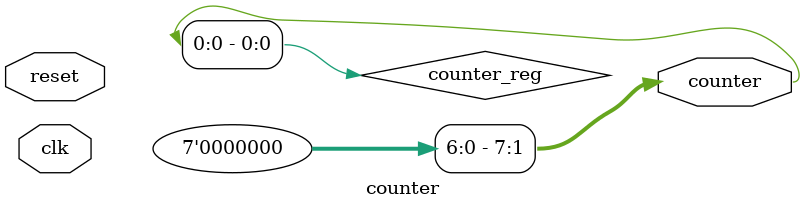
<source format=v>
`timescale 1ns/1ps
module counter(input wire clk, reset, 
		output wire [7:0] counter);
reg [7:0] count_reg;
always@(posedge clk) begin
if(reset) begin 
count_reg <=8'b0;
end
else begin
count_reg = count_reg + 1;
end
end
assign counter = counter_reg;
endmodule


</source>
